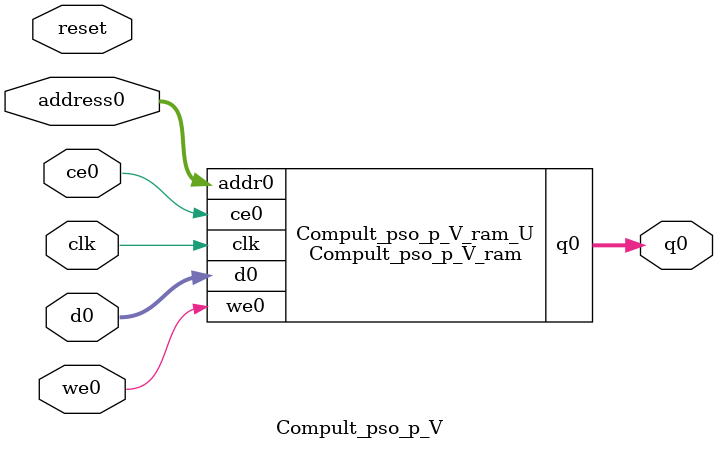
<source format=v>

`timescale 1 ns / 1 ps
module Compult_pso_p_V_ram (addr0, ce0, d0, we0, q0,  clk);

parameter DWIDTH = 32;
parameter AWIDTH = 5;
parameter MEM_SIZE = 20;

input[AWIDTH-1:0] addr0;
input ce0;
input[DWIDTH-1:0] d0;
input we0;
output reg[DWIDTH-1:0] q0;
input clk;

(* ram_style = "distributed" *)reg [DWIDTH-1:0] ram[MEM_SIZE-1:0];




always @(posedge clk)  
begin 
    if (ce0) 
    begin
        if (we0) 
        begin 
            ram[addr0] <= d0; 
            q0 <= d0;
        end 
        else 
            q0 <= ram[addr0];
    end
end


endmodule


`timescale 1 ns / 1 ps
module Compult_pso_p_V(
    reset,
    clk,
    address0,
    ce0,
    we0,
    d0,
    q0);

parameter DataWidth = 32'd32;
parameter AddressRange = 32'd20;
parameter AddressWidth = 32'd5;
input reset;
input clk;
input[AddressWidth - 1:0] address0;
input ce0;
input we0;
input[DataWidth - 1:0] d0;
output[DataWidth - 1:0] q0;



Compult_pso_p_V_ram Compult_pso_p_V_ram_U(
    .clk( clk ),
    .addr0( address0 ),
    .ce0( ce0 ),
    .d0( d0 ),
    .we0( we0 ),
    .q0( q0 ));

endmodule


</source>
